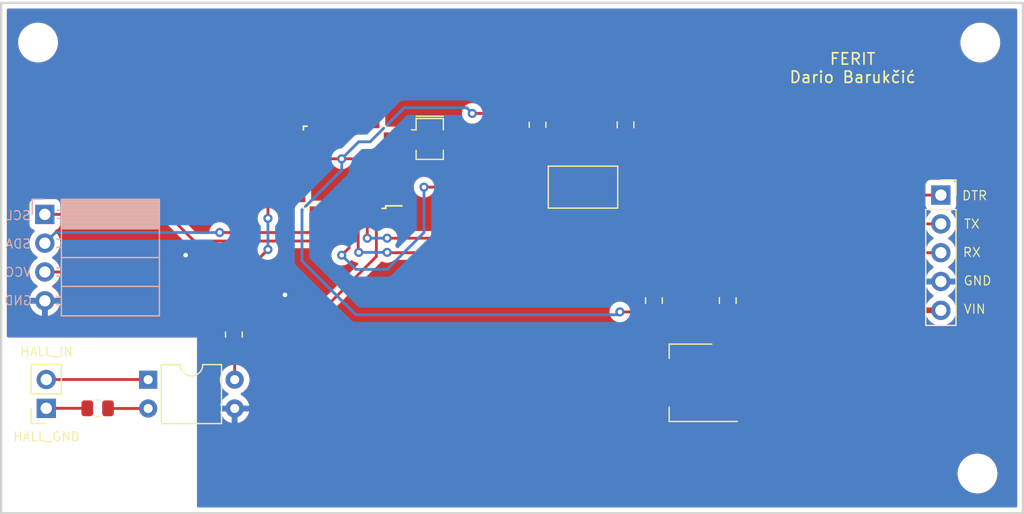
<source format=kicad_pcb>
(kicad_pcb (version 20211014) (generator pcbnew)
  (layers (0 "F.Cu" signal) (31 "B.Cu" signal) (34 "B.Paste" user) (35 "F.Paste" user) (36 "B.SilkS" user "B.Silkscreen") (37 "F.SilkS" user "F.Silkscreen") (38 "B.Mask" user) (39 "F.Mask" user) (44 "Edge.Cuts" user))
  (net 0 "")
  (net 1 "/RST")
  (net 2 "/DTR")
  (net 3 "/RX")
  (net 4 "/TX")
  (net 5 "/VIN")
  (net 6 "/GND")
  (net 7 "/Hall_IN")
  (net 8 "/VCC")
  (net 9 "/XTAL1")
  (net 10 "/XTAL2")
  (net 11 "Net-(R2-Pad2)")
  (net 12 "/SDA")
  (net 13 "/Hall_OUT")
  (net 14 "/SCL")
  (net 15 "/D3")
  (net 16 "/D4")
  (net 17 "/D5")
  (net 18 "/D6")
  (net 19 "/D7")
  (net 20 "/D8")
  (net 21 "/D9")
  (net 22 "/D10")
  (net 23 "/D11")
  (net 24 "/D12")
  (net 25 "/D13")
  (net 26 "/A6")
  (net 27 "/A7")
  (net 28 "/A0")
  (net 29 "/A1")
  (net 30 "/A2")
  (net 31 "/A3")
  (net 32 "/GND_HALL")
  (footprint "Connector_PinSocket_2.54mm:PinSocket_1x05_P2.54mm_Vertical" (layer "F.Cu") (at 208.775 94.7)
    (fp_text reference "J1" hide)
    (fp_text value "Conn_01x05" hide)
    (fp_line (start 1.33 1.27) (end 1.33 11.49) (layer "F.SilkS") (width 0.12))
    (fp_line (start -1.33 11.49) (end 1.33 11.49) (layer "F.SilkS") (width 0.12))
    (fp_line (start 1.33 -1.33) (end 1.33 0) (layer "F.SilkS") (width 0.12))
    (fp_line (start -1.33 1.27) (end -1.33 11.49) (layer "F.SilkS") (width 0.12))
    (fp_line (start 0 -1.33) (end 1.33 -1.33) (layer "F.SilkS") (width 0.12))
    (fp_line (start -1.33 1.27) (end 1.33 1.27) (layer "F.SilkS") (width 0.12))
    (pad "1" thru_hole rect (at 0 0) (size 1.7 1.7) (drill 1) (layers *.Cu *.Mask) (net 2 "/DTR"))
    (pad "2" thru_hole oval (at 0 2.54) (size 1.7 1.7) (drill 1) (layers *.Cu *.Mask) (net 4 "/TX"))
    (pad "3" thru_hole oval (at 0 5.08) (size 1.7 1.7) (drill 1) (layers *.Cu *.Mask) (net 3 "/RX"))
    (pad "4" thru_hole oval (at 0 7.62) (size 1.7 1.7) (drill 1) (layers *.Cu *.Mask) (net 6 "/GND"))
    (pad "5" thru_hole oval (at 0 10.16) (size 1.7 1.7) (drill 1) (layers *.Cu *.Mask) (net 5 "/VIN"))
  )
  (footprint "MountingHole:MountingHole_2.5mm" (layer "F.Cu") (at 129.25 81.25)
    (fp_text reference "REF**" hide)
    (fp_text value "MountingHole_2.5mm" hide)
    (pad "" np_thru_hole circle (at 0 0) (size 2.5 2.5) (drill 2.5) (layers *.Cu *.Mask))
  )
  (footprint "Button_Switch_SMD:SW_SPST_CK_RS282G05A3" (layer "F.Cu") (at 177.25 94)
    (fp_text reference "SW1" hide)
    (fp_text value "SW_Push" hide)
    (fp_line (start -3.06 1.85) (end -3.06 -1.85) (layer "F.SilkS") (width 0.12))
    (fp_line (start 3.06 1.85) (end -3.06 1.85) (layer "F.SilkS") (width 0.12))
    (fp_line (start 3.06 -1.85) (end 3.06 1.85) (layer "F.SilkS") (width 0.12))
    (fp_line (start -3.06 -1.85) (end 3.06 -1.85) (layer "F.SilkS") (width 0.12))
    (pad "1" smd rect (at -3.9 0) (size 1.5 1.5) (layers "F.Cu" "F.Paste" "F.Mask") (net 1 "/RST"))
    (pad "2" smd rect (at 3.9 0) (size 1.5 1.5) (layers "F.Cu" "F.Paste" "F.Mask") (net 6 "/GND"))
  )
  (footprint "Connector_PinSocket_2.54mm:PinSocket_1x02_P2.54mm_Vertical" (layer "F.Cu") (at 129.975 113.5 180)
    (fp_text reference "J3" hide)
    (fp_text value "Conn_01x02" hide)
    (fp_line (start -1.33 1.27) (end 1.33 1.27) (layer "F.SilkS") (width 0.12))
    (fp_line (start -1.33 3.87) (end 1.33 3.87) (layer "F.SilkS") (width 0.12))
    (fp_line (start -1.33 1.27) (end -1.33 3.87) (layer "F.SilkS") (width 0.12))
    (fp_line (start 1.33 -1.33) (end 1.33 0) (layer "F.SilkS") (width 0.12))
    (fp_line (start 0 -1.33) (end 1.33 -1.33) (layer "F.SilkS") (width 0.12))
    (fp_line (start 1.33 1.27) (end 1.33 3.87) (layer "F.SilkS") (width 0.12))
    (pad "1" thru_hole rect (at 0 0 180) (size 1.7 1.7) (drill 1) (layers *.Cu *.Mask) (net 32 "/GND_HALL"))
    (pad "2" thru_hole oval (at 0 2.54 180) (size 1.7 1.7) (drill 1) (layers *.Cu *.Mask) (net 7 "/Hall_IN"))
  )
  (footprint "Capacitor_SMD:C_0805_2012Metric" (layer "F.Cu") (at 190 104 90)
    (fp_text reference "C1" hide)
    (fp_text value "C" hide)
    (fp_line (start -0.261252 -0.735) (end 0.261252 -0.735) (layer "F.SilkS") (width 0.12))
    (fp_line (start -0.261252 0.735) (end 0.261252 0.735) (layer "F.SilkS") (width 0.12))
    (pad "1" smd roundrect (at -0.95 0 90) (size 1 1.45) (layers "F.Cu" "F.Paste" "F.Mask") (net 5 "/VIN"))
    (pad "2" smd roundrect (at 0.95 0 90) (size 1 1.45) (layers "F.Cu" "F.Paste" "F.Mask") (net 6 "/GND"))
  )
  (footprint "Package_DIP:DIP-4_W7.62mm" (layer "F.Cu") (at 138.95 110.975)
    (fp_text reference "U2" hide)
    (fp_text value "SFH617A-1X001" hide)
    (fp_line (start 1.16 3.87) (end 6.46 3.87) (layer "F.SilkS") (width 0.12))
    (fp_line (start 6.46 3.87) (end 6.46 -1.33) (layer "F.SilkS") (width 0.12))
    (fp_line (start 1.16 -1.33) (end 1.16 3.87) (layer "F.SilkS") (width 0.12))
    (fp_line (start 6.46 -1.33) (end 4.81 -1.33) (layer "F.SilkS") (width 0.12))
    (fp_line (start 2.81 -1.33) (end 1.16 -1.33) (layer "F.SilkS") (width 0.12))
    (fp_arc (start 4.81 -1.33) (mid 3.81 -0.33) (end 2.81 -1.33) (layer "F.SilkS") (width 0.12))
    (pad "1" thru_hole rect (at 0 0) (size 1.6 1.6) (drill 0.8) (layers *.Cu *.Mask) (net 7 "/Hall_IN"))
    (pad "2" thru_hole oval (at 0 2.54) (size 1.6 1.6) (drill 0.8) (layers *.Cu *.Mask) (net 11 "Net-(R2-Pad2)"))
    (pad "3" thru_hole oval (at 7.62 2.54) (size 1.6 1.6) (drill 0.8) (layers *.Cu *.Mask) (net 6 "/GND"))
    (pad "4" thru_hole oval (at 7.62 0) (size 1.6 1.6) (drill 0.8) (layers *.Cu *.Mask) (net 13 "/Hall_OUT"))
  )
  (footprint "Capacitor_SMD:C_0805_2012Metric" (layer "F.Cu") (at 183.5 104 90)
    (fp_text reference "C2" hide)
    (fp_text value "C" hide)
    (fp_line (start -0.261252 -0.735) (end 0.261252 -0.735) (layer "F.SilkS") (width 0.12))
    (fp_line (start -0.261252 0.735) (end 0.261252 0.735) (layer "F.SilkS") (width 0.12))
    (pad "1" smd roundrect (at -0.95 0 90) (size 1 1.45) (layers "F.Cu" "F.Paste" "F.Mask") (net 8 "/VCC"))
    (pad "2" smd roundrect (at 0.95 0 90) (size 1 1.45) (layers "F.Cu" "F.Paste" "F.Mask") (net 6 "/GND"))
  )
  (footprint "Resistor_SMD:R_0805_2012Metric" (layer "F.Cu") (at 146.5 107 -90)
    (fp_text reference "R3" hide)
    (fp_text value "R" hide)
    (fp_line (start -0.227064 0.735) (end 0.227064 0.735) (layer "F.SilkS") (width 0.12))
    (fp_line (start -0.227064 -0.735) (end 0.227064 -0.735) (layer "F.SilkS") (width 0.12))
    (pad "1" smd roundrect (at -0.9125 0 270) (size 1.025 1.4) (layers "F.Cu" "F.Paste" "F.Mask") (roundrect_rratio 0.243902) (net 8 "/VCC"))
    (pad "2" smd roundrect (at 0.9125 0 270) (size 1.025 1.4) (layers "F.Cu" "F.Paste" "F.Mask") (roundrect_rratio 0.243902) (net 13 "/Hall_OUT"))
  )
  (footprint "Package_TO_SOT_SMD:SOT-223-3_TabPin2" (layer "F.Cu") (at 186.75 111.25 180)
    (fp_text reference "U3" hide)
    (fp_text value "AMS1117-5.0" hide)
    (fp_line (start 1.91 -3.41) (end 1.91 -2.15) (layer "F.SilkS") (width 0.12))
    (fp_line (start -1.85 3.41) (end 1.91 3.41) (layer "F.SilkS") (width 0.12))
    (fp_line (start -4.1 -3.41) (end 1.91 -3.41) (layer "F.SilkS") (width 0.12))
    (fp_line (start 1.91 3.41) (end 1.91 2.15) (layer "F.SilkS") (width 0.12))
    (pad "1" smd rect (at -3.15 -2.3 180) (size 2 1.5) (layers "F.Cu" "F.Paste" "F.Mask") (net 6 "/GND"))
    (pad "2" smd rect (at 3.15 0 180) (size 2 3.8) (layers "F.Cu" "F.Paste" "F.Mask") (net 8 "/VCC"))
    (pad "2" smd rect (at -3.15 0 180) (size 2 1.5) (layers "F.Cu" "F.Paste" "F.Mask") (net 8 "/VCC"))
    (pad "3" smd rect (at -3.15 2.3 180) (size 2 1.5) (layers "F.Cu" "F.Paste" "F.Mask") (net 5 "/VIN"))
  )
  (footprint "MountingHole:MountingHole_2.5mm" (layer "F.Cu") (at 212 119.25)
    (fp_text reference "REF**" hide)
    (fp_text value "MountingHole_2.5mm" hide)
    (pad "" np_thru_hole circle (at 0 0) (size 2.5 2.5) (drill 2.5) (layers *.Cu *.Mask))
  )
  (footprint "MountingHole:MountingHole_2.5mm" (layer "F.Cu") (at 212.25 81.25)
    (fp_text reference "REF**" hide)
    (fp_text value "MountingHole_2.5mm" hide)
    (pad "" np_thru_hole circle (at 0 0) (size 2.5 2.5) (drill 2.5) (layers *.Cu *.Mask))
  )
  (footprint "Resistor_SMD:R_0805_2012Metric" (layer "F.Cu") (at 173.25 88.5 -90)
    (fp_text reference "R1" hide)
    (fp_text value "R" hide)
    (fp_line (start -0.227064 -0.735) (end 0.227064 -0.735) (layer "F.SilkS") (width 0.12))
    (fp_line (start -0.227064 0.735) (end 0.227064 0.735) (layer "F.SilkS") (width 0.12))
    (pad "1" smd roundrect (at -0.9125 0 270) (size 1.025 1.4) (layers "F.Cu" "F.Paste" "F.Mask") (roundrect_rratio 0.243902) (net 8 "/VCC"))
    (pad "2" smd roundrect (at 0.9125 0 270) (size 1.025 1.4) (layers "F.Cu" "F.Paste" "F.Mask") (roundrect_rratio 0.243902) (net 1 "/RST"))
  )
  (footprint "Crystal:Resonator_SMD_Murata_CSTxExxV-3Pin_3.0x1.1mm" (layer "F.Cu") (at 163.75 89.75 -90)
    (fp_text reference "Y1" hide)
    (fp_text value "Resonator" hide)
    (fp_line (start -0.8 1.2) (end -0.8 1.6) (layer "F.SilkS") (width 0.12))
    (fp_line (start -2 -1.2) (end -2 0.8) (layer "F.SilkS") (width 0.12))
    (fp_line (start 1.8 1.2) (end 1 1.2) (layer "F.SilkS") (width 0.12))
    (fp_line (start -1.8 0.8) (end -1.8 -1.2) (layer "F.SilkS") (width 0.12))
    (fp_line (start -2 0.8) (end -2 1.2) (layer "F.SilkS") (width 0.12))
    (fp_line (start -0.8 1.2) (end -1.8 1.2) (layer "F.SilkS") (width 0.12))
    (fp_line (start 1.8 -1.2) (end 1.8 0.8) (layer "F.SilkS") (width 0.12))
    (fp_line (start 1 -1.2) (end 1.8 -1.2) (layer "F.SilkS") (width 0.12))
    (fp_line (start -1.8 0.8) (end -1.8 1.2) (layer "F.SilkS") (width 0.12))
    (fp_line (start -1.8 -1.2) (end -0.8 -1.2) (layer "F.SilkS") (width 0.12))
    (fp_line (start 1.8 0.8) (end 1.8 1.2) (layer "F.SilkS") (width 0.12))
    (pad "1" smd rect (at -1.2 0 270) (size 0.4 1.9) (layers "F.Cu" "F.Paste" "F.Mask") (net 10 "/XTAL2"))
    (pad "2" smd rect (at 0 0 270) (size 0.4 1.9) (layers "F.Cu" "F.Paste" "F.Mask") (net 6 "/GND"))
    (pad "3" smd rect (at 1.2 0 270) (size 0.4 1.9) (layers "F.Cu" "F.Paste" "F.Mask") (net 9 "/XTAL1"))
  )
  (footprint "MountingHole:MountingHole_2.5mm" (layer "F.Cu") (at 129 119.75)
    (fp_text reference "REF**" hide)
    (fp_text value "MountingHole_2.5mm" hide)
    (pad "" np_thru_hole circle (at 0 0) (size 2.5 2.5) (drill 2.5) (layers *.Cu *.Mask))
  )
  (footprint "Resistor_SMD:R_0805_2012Metric" (layer "F.Cu") (at 134.5 113.5)
    (fp_text reference "R2" hide)
    (fp_text value "R" hide)
    (fp_line (start -0.227064 0.735) (end 0.227064 0.735) (layer "F.SilkS") (width 0.12))
    (fp_line (start -0.227064 -0.735) (end 0.227064 -0.735) (layer "F.SilkS") (width 0.12))
    (pad "1" smd roundrect (at -0.9125 0) (size 1.025 1.4) (layers "F.Cu" "F.Paste" "F.Mask") (roundrect_rratio 0.243902) (net 32 "/GND_HALL"))
    (pad "2" smd roundrect (at 0.9125 0) (size 1.025 1.4) (layers "F.Cu" "F.Paste" "F.Mask") (roundrect_rratio 0.243902) (net 11 "Net-(R2-Pad2)"))
  )
  (footprint "Package_QFP:TQFP-32_7x7mm_P0.8mm" (layer "F.Cu") (at 156.25 92.25 180)
    (fp_text reference "U1" hide)
    (fp_text value "ATmega328P-A" hide)
    (fp_line (start -3.625 3.625) (end -3.3 3.625) (layer "F.SilkS") (width 0.15))
    (fp_line (start 3.625 3.625) (end 3.625 3.3) (layer "F.SilkS") (width 0.15))
    (fp_line (start -3.625 -3.4) (end -5.05 -3.4) (layer "F.SilkS") (width 0.15))
    (fp_line (start -3.625 3.625) (end -3.625 3.3) (layer "F.SilkS") (width 0.15))
    (fp_line (start 3.625 -3.625) (end 3.625 -3.3) (layer "F.SilkS") (width 0.15))
    (fp_line (start 3.625 3.625) (end 3.3 3.625) (layer "F.SilkS") (width 0.15))
    (fp_line (start -3.625 -3.625) (end -3.625 -3.4) (layer "F.SilkS") (width 0.15))
    (fp_line (start 3.625 -3.625) (end 3.3 -3.625) (layer "F.SilkS") (width 0.15))
    (fp_line (start -3.625 -3.625) (end -3.3 -3.625) (layer "F.SilkS") (width 0.15))
    (pad "1" smd rect (at -4.25 -2.8 180) (size 1.6 0.55) (layers "F.Cu" "F.Paste" "F.Mask") (net 15 "/D3"))
    (pad "2" smd rect (at -4.25 -2 180) (size 1.6 0.55) (layers "F.Cu" "F.Paste" "F.Mask") (net 16 "/D4"))
    (pad "3" smd rect (at -4.25 -1.2 180) (size 1.6 0.55) (layers "F.Cu" "F.Paste" "F.Mask") (net 6 "/GND"))
    (pad "4" smd rect (at -4.25 -0.4 180) (size 1.6 0.55) (layers "F.Cu" "F.Paste" "F.Mask") (net 8 "/VCC"))
    (pad "5" smd rect (at -4.25 0.4 180) (size 1.6 0.55) (layers "F.Cu" "F.Paste" "F.Mask") (net 6 "/GND"))
    (pad "6" smd rect (at -4.25 1.2 180) (size 1.6 0.55) (layers "F.Cu" "F.Paste" "F.Mask") (net 8 "/VCC"))
    (pad "7" smd rect (at -4.25 2 180) (size 1.6 0.55) (layers "F.Cu" "F.Paste" "F.Mask") (net 9 "/XTAL1"))
    (pad "8" smd rect (at -4.25 2.8 180) (size 1.6 0.55) (layers "F.Cu" "F.Paste" "F.Mask") (net 10 "/XTAL2"))
    (pad "9" smd rect (at -2.8 4.25 270) (size 1.6 0.55) (layers "F.Cu" "F.Paste" "F.Mask") (net 17 "/D5"))
    (pad "10" smd rect (at -2 4.25 270) (size 1.6 0.55) (layers "F.Cu" "F.Paste" "F.Mask") (net 18 "/D6"))
    (pad "11" smd rect (at -1.2 4.25 270) (size 1.6 0.55) (layers "F.Cu" "F.Paste" "F.Mask") (net 19 "/D7"))
    (pad "12" smd rect (at -0.4 4.25 270) (size 1.6 0.55) (layers "F.Cu" "F.Paste" "F.Mask") (net 20 "/D8"))
    (pad "13" smd rect (at 0.4 4.25 270) (size 1.6 0.55) (layers "F.Cu" "F.Paste" "F.Mask") (net 21 "/D9"))
    (pad "14" smd rect (at 1.2 4.25 270) (size 1.6 0.55) (layers "F.Cu" "F.Paste" "F.Mask") (net 22 "/D10"))
    (pad "15" smd rect (at 2 4.25 270) (size 1.6 0.55) (layers "F.Cu" "F.Paste" "F.Mask") (net 23 "/D11"))
    (pad "16" smd rect (at 2.8 4.25 270) (size 1.6 0.55) (layers "F.Cu" "F.Paste" "F.Mask") (net 24 "/D12"))
    (pad "17" smd rect (at 4.25 2.8 180) (size 1.6 0.55) (layers "F.Cu" "F.Paste" "F.Mask") (net 25 "/D13"))
    (pad "18" smd rect (at 4.25 2 180) (size 1.6 0.55) (layers "F.Cu" "F.Paste" "F.Mask") (net 8 "/VCC"))
    (pad "19" smd rect (at 4.25 1.2 180) (size 1.6 0.55) (layers "F.Cu" "F.Paste" "F.Mask") (net 26 "/A6"))
    (pad "20" smd rect (at 4.25 0.4 180) (size 1.6 0.55) (layers "F.Cu" "F.Paste" "F.Mask") (net 8 "/VCC"))
    (pad "21" smd rect (at 4.25 -0.4 180) (size 1.6 0.55) (layers "F.Cu" "F.Paste" "F.Mask") (net 6 "/GND"))
    (pad "22" smd rect (at 4.25 -1.2 180) (size 1.6 0.55) (layers "F.Cu" "F.Paste" "F.Mask") (net 27 "/A7"))
    (pad "23" smd rect (at 4.25 -2 180) (size 1.6 0.55) (layers "F.Cu" "F.Paste" "F.Mask") (net 28 "/A0"))
    (pad "24" smd rect (at 4.25 -2.8 180) (size 1.6 0.55) (layers "F.Cu" "F.Paste" "F.Mask") (net 29 "/A1"))
    (pad "25" smd rect (at 2.8 -4.25 270) (size 1.6 0.55) (layers "F.Cu" "F.Paste" "F.Mask") (net 30 "/A2"))
    (pad "26" smd rect (at 2 -4.25 270) (size 1.6 0.55) (layers "F.Cu" "F.Paste" "F.Mask") (net 31 "/A3"))
    (pad "27" smd rect (at 1.2 -4.25 270) (size 1.6 0.55) (layers "F.Cu" "F.Paste" "F.Mask") (net 12 "/SDA"))
    (pad "28" smd rect (at 0.4 -4.25 270) (size 1.6 0.55) (layers "F.Cu" "F.Paste" "F.Mask") (net 14 "/SCL"))
    (pad "29" smd rect (at -0.4 -4.25 270) (size 1.6 0.55) (layers "F.Cu" "F.Paste" "F.Mask") (net 1 "/RST"))
    (pad "30" smd rect (at -1.2 -4.25 270) (size 1.6 0.55) (layers "F.Cu" "F.Paste" "F.Mask") (net 3 "/RX"))
    (pad "31" smd rect (at -2 -4.25 270) (size 1.6 0.55) (layers "F.Cu" "F.Paste" "F.Mask") (net 4 "/TX"))
    (pad "32" smd rect (at -2.8 -4.25 270) (size 1.6 0.55) (layers "F.Cu" "F.Paste" "F.Mask") (net 13 "/Hall_OUT"))
  )
  (footprint "Capacitor_SMD:C_0805_2012Metric" (layer "F.Cu") (at 181 88.5 90)
    (fp_text reference "C3" hide)
    (fp_text value "C" hide)
    (fp_line (start -0.261252 -0.735) (end 0.261252 -0.735) (layer "F.SilkS") (width 0.12))
    (fp_line (start -0.261252 0.735) (end 0.261252 0.735) (layer "F.SilkS") (width 0.12))
    (pad "1" smd roundrect (at -0.95 0 90) (size 1 1.45) (layers "F.Cu" "F.Paste" "F.Mask") (net 1 "/RST"))
    (pad "2" smd roundrect (at 0.95 0 90) (size 1 1.45) (layers "F.Cu" "F.Paste" "F.Mask") (net 2 "/DTR"))
  )
  (footprint "Connector_PinSocket_2.54mm:PinSocket_1x04_P2.54mm_Horizontal" (layer "B.Cu") (at 129.85 96.4 180)
    (fp_text reference "J2" hide)
    (fp_text value "Conn_01x04" hide)
    (fp_line (start -1.46 -2.9) (end -1.05 -2.9) (layer "B.SilkS") (width 0.12))
    (fp_line (start -10.09 -0.561425) (end -1.46 -0.561425) (layer "B.SilkS") (width 0.12))
    (fp_line (start -10.09 0.619525) (end -1.46 0.619525) (layer "B.SilkS") (width 0.12))
    (fp_line (start -1.46 -4.72) (end -1.05 -4.72) (layer "B.SilkS") (width 0.12))
    (fp_line (start -1.46 1.33) (end -1.46 -8.95) (layer "B.SilkS") (width 0.12))
    (fp_line (start -10.09 -0.089045) (end -1.46 -0.089045) (layer "B.SilkS") (width 0.12))
    (fp_line (start -10.09 -3.81) (end -1.46 -3.81) (layer "B.SilkS") (width 0.12))
    (fp_line (start -1.46 -7.98) (end -1.05 -7.98) (layer "B.SilkS") (width 0.12))
    (fp_line (start -1.46 -2.18) (end -1.05 -2.18) (layer "B.SilkS") (width 0.12))
    (fp_line (start -10.09 -0.91571) (end -1.46 -0.91571) (layer "B.SilkS") (width 0.12))
    (fp_line (start -10.09 -1.1519) (end -1.46 -1.1519) (layer "B.SilkS") (width 0.12))
    (fp_line (start -10.09 0.26524) (end -1.46 0.26524) (layer "B.SilkS") (width 0.12))
    (fp_line (start 0 1.33) (end 1.11 1.33) (layer "B.SilkS") (width 0.12))
    (fp_line (start -10.09 -8.95) (end -1.46 -8.95) (layer "B.SilkS") (width 0.12))
    (fp_line (start -10.09 -1.27) (end -1.46 -1.27) (layer "B.SilkS") (width 0.12))
    (fp_line (start -10.09 0.147145) (end -1.46 0.147145) (layer "B.SilkS") (width 0.12))
    (fp_line (start -1.46 -0.36) (end -1.11 -0.36) (layer "B.SilkS") (width 0.12))
    (fp_line (start -10.09 0.383335) (end -1.46 0.383335) (layer "B.SilkS") (width 0.12))
    (fp_line (start -10.09 -0.44333) (end -1.46 -0.44333) (layer "B.SilkS") (width 0.12))
    (fp_line (start -10.09 -1.033805) (end -1.46 -1.033805) (layer "B.SilkS") (width 0.12))
    (fp_line (start -1.46 -5.44) (end -1.05 -5.44) (layer "B.SilkS") (width 0.12))
    (fp_line (start -1.46 0.36) (end -1.11 0.36) (layer "B.SilkS") (width 0.12))
    (fp_line (start -10.09 -0.67952) (end -1.46 -0.67952) (layer "B.SilkS") (width 0.12))
    (fp_line (start 1.11 1.33) (end 1.11 0) (layer "B.SilkS") (width 0.12))
    (fp_line (start -10.09 -0.797615) (end -1.46 -0.797615) (layer "B.SilkS") (width 0.12))
    (fp_line (start -10.09 1.33) (end -10.09 -8.95) (layer "B.SilkS") (width 0.12))
    (fp_line (start -10.09 0.50143) (end -1.46 0.50143) (layer "B.SilkS") (width 0.12))
    (fp_line (start -10.09 -0.20714) (end -1.46 -0.20714) (layer "B.SilkS") (width 0.12))
    (fp_line (start -10.09 0.97381) (end -1.46 0.97381) (layer "B.SilkS") (width 0.12))
    (fp_line (start -10.09 1.21) (end -1.46 1.21) (layer "B.SilkS") (width 0.12))
    (fp_line (start -10.09 -0.325235) (end -1.46 -0.325235) (layer "B.SilkS") (width 0.12))
    (fp_line (start -10.09 -6.35) (end -1.46 -6.35) (layer "B.SilkS") (width 0.12))
    (fp_line (start -10.09 1.091905) (end -1.46 1.091905) (layer "B.SilkS") (width 0.12))
    (fp_line (start -1.46 -7.26) (end -1.05 -7.26) (layer "B.SilkS") (width 0.12))
    (fp_line (start -10.09 1.33) (end -1.46 1.33) (layer "B.SilkS") (width 0.12))
    (fp_line (start -10.09 0.02905) (end -1.46 0.02905) (layer "B.SilkS") (width 0.12))
    (fp_line (start -10.09 0.855715) (end -1.46 0.855715) (layer "B.SilkS") (width 0.12))
    (fp_line (start -10.09 0.73762) (end -1.46 0.73762) (layer "B.SilkS") (width 0.12))
    (pad "1" thru_hole rect (at 0 0 180) (size 1.7 1.7) (drill 1) (layers *.Cu *.Mask) (net 14 "/SCL"))
    (pad "2" thru_hole oval (at 0 -2.54 180) (size 1.7 1.7) (drill 1) (layers *.Cu *.Mask) (net 12 "/SDA"))
    (pad "3" thru_hole oval (at 0 -5.08 180) (size 1.7 1.7) (drill 1) (layers *.Cu *.Mask) (net 8 "/VCC"))
    (pad "4" thru_hole oval (at 0 -7.62 180) (size 1.7 1.7) (drill 1) (layers *.Cu *.Mask) (net 6 "/GND"))
  )
  (gr_rect (start 126 77.75) (end 216 122.75) (layer "Edge.Cuts") (width 0.2) (fill none))
  (gr_text "SCL" (at 127.5 96.5) (layer "B.SilkS") (effects (font (size 0.8 0.8) (thickness 0.1)) (justify mirror)))
  (gr_text "GND" (at 127.5 104) (layer "B.SilkS") (effects (font (size 0.8 0.8) (thickness 0.1)) (justify mirror)))
  (gr_text "VCC" (at 127.5 101.5) (layer "B.SilkS") (effects (font (size 0.8 0.8) (thickness 0.1)) (justify mirror)))
  (gr_text "SDA" (at 127.5 99) (layer "B.SilkS") (effects (font (size 0.8 0.8) (thickness 0.1)) (justify mirror)))
  (gr_text "GND" (at 212 102.25) (layer "F.SilkS") (effects (font (size 0.8 0.8) (thickness 0.1))))
  (gr_text "FERIT\nDario Barukčić" (at 201 83.5) (layer "F.SilkS") (effects (font (size 1 1))))
  (gr_text "HALL_GND" (at 130 116) (layer "F.SilkS") (effects (font (size 0.8 0.8) (thickness 0.1))))
  (gr_text "VIN" (at 211.75 104.75) (layer "F.SilkS") (effects (font (size 0.8 0.8) (thickness 0.1))))
  (gr_text "TX" (at 211.5 97.25) (layer "F.SilkS") (effects (font (size 0.8 0.8) (thickness 0.1))))
  (gr_text "HALL_IN" (at 130 108.5) (layer "F.SilkS") (effects (font (size 0.8 0.8) (thickness 0.1))))
  (gr_text "RX" (at 211.5 99.75) (layer "F.SilkS") (effects (font (size 0.8 0.8) (thickness 0.1))))
  (gr_text "DTR" (at 211.75 94.75) (layer "F.SilkS") (effects (font (size 0.8 0.8) (thickness 0.1))))
  (segment (start 173.35 94) (end 163.25 94) (width 0.25) (layer "F.Cu") (net 1))
  (segment (start 173.2875 89.45) (end 181 89.45) (width 0.25) (layer "F.Cu") (net 1))
  (segment (start 156.65 99.35) (end 156 100) (width 0.25) (layer "F.Cu") (net 1))
  (segment (start 156.65 96.5) (end 156.65 99.35) (width 0.25) (layer "F.Cu") (net 1))
  (segment (start 173.25 89.4125) (end 173.2875 89.45) (width 0.25) (layer "F.Cu") (net 1))
  (segment (start 173.35 89.5125) (end 173.35 94) (width 0.25) (layer "F.Cu") (net 1))
  (segment (start 173.25 89.4125) (end 173.35 89.5125) (width 0.25) (layer "F.Cu") (net 1))
  (via (at 163.25 94) (size 0.8) (drill 0.4) (layers "F.Cu" "B.Cu") (net 1))
  (via (at 156 100) (size 0.8) (drill 0.4) (layers "F.Cu" "B.Cu") (net 1))
  (segment (start 156 100) (end 157.25 101.25) (width 0.25) (layer "B.Cu") (net 1))
  (segment (start 157.25 101.25) (end 160 101.25) (width 0.25) (layer "B.Cu") (net 1))
  (segment (start 163.25 97.75) (end 163.25 94) (width 0.25) (layer "B.Cu") (net 1))
  (segment (start 163.25 98) (end 163.25 97.75) (width 0.25) (layer "B.Cu") (net 1))
  (segment (start 160 101.25) (end 163.25 98) (width 0.25) (layer "B.Cu") (net 1))
  (segment (start 208.775 94.7) (end 188.15 94.7) (width 0.25) (layer "F.Cu") (net 2))
  (segment (start 188.15 94.7) (end 181 87.55) (width 0.25) (layer "F.Cu") (net 2))
  (segment (start 157.5 99.75) (end 157.45 99.7) (width 0.25) (layer "F.Cu") (net 3))
  (segment (start 160.03 99.78) (end 208.775 99.78) (width 0.25) (layer "F.Cu") (net 3))
  (segment (start 160 99.75) (end 160.03 99.78) (width 0.25) (layer "F.Cu") (net 3))
  (segment (start 157.45 99.7) (end 157.45 96.5) (width 0.25) (layer "F.Cu") (net 3))
  (via (at 157.5 99.75) (size 0.8) (drill 0.4) (layers "F.Cu" "B.Cu") (net 3))
  (via (at 160 99.75) (size 0.8) (drill 0.4) (layers "F.Cu" "B.Cu") (net 3))
  (segment (start 157.5 99.75) (end 160 99.75) (width 0.25) (layer "B.Cu") (net 3))
  (segment (start 158.25 96.5) (end 158.25 98.5) (width 0.25) (layer "F.Cu") (net 4))
  (segment (start 205.75 98.5) (end 160 98.5) (width 0.25) (layer "F.Cu") (net 4))
  (segment (start 207.01 97.24) (end 205.75 98.5) (width 0.25) (layer "F.Cu") (net 4))
  (segment (start 208.775 97.24) (end 207.01 97.24) (width 0.25) (layer "F.Cu") (net 4))
  (via (at 160 98.5) (size 0.8) (drill 0.4) (layers "F.Cu" "B.Cu") (net 4))
  (via (at 158.25 98.5) (size 0.8) (drill 0.4) (layers "F.Cu" "B.Cu") (net 4))
  (segment (start 158.25 98.5) (end 160 98.5) (width 0.25) (layer "B.Cu") (net 4))
  (segment (start 190 104.95) (end 189.9 105.05) (width 0.25) (layer "F.Cu") (net 5))
  (segment (start 190.09 104.86) (end 190 104.95) (width 0.25) (layer "F.Cu") (net 5))
  (segment (start 189.9 105.05) (end 189.9 108.95) (width 0.5) (layer "F.Cu") (net 5))
  (segment (start 208.775 104.86) (end 190.09 104.86) (width 0.5) (layer "F.Cu") (net 5))
  (segment (start 152 92.65) (end 156.9 92.65) (width 0.25) (layer "F.Cu") (net 6))
  (segment (start 156.9 92.65) (end 157.7 93.45) (width 0.25) (layer "F.Cu") (net 6))
  (segment (start 157.7 93.45) (end 160.5 93.45) (width 0.25) (layer "F.Cu") (net 6))
  (segment (start 161.3 93.45) (end 162.85 91.9) (width 0.25) (layer "F.Cu") (net 6))
  (segment (start 160.5 93.45) (end 161.3 93.45) (width 0.25) (layer "F.Cu") (net 6))
  (segment (start 160.5 91.85) (end 162.85 91.85) (width 0.25) (layer "F.Cu") (net 6))
  (segment (start 162.85 91.85) (end 165.4 91.85) (width 0.25) (layer "F.Cu") (net 6))
  (segment (start 165.5 91.75) (end 165.5 89.75) (width 0.25) (layer "F.Cu") (net 6))
  (segment (start 165.5 89.75) (end 163.75 89.75) (width 0.25) (layer "F.Cu") (net 6))
  (segment (start 165.4 91.85) (end 165.5 91.75) (width 0.25) (layer "F.Cu") (net 6))
  (segment (start 162.85 91.9) (end 162.85 91.85) (width 0.25) (layer "F.Cu") (net 6))
  (via (at 151 103.5) (size 0.8) (drill 0.4) (layers "F.Cu" "B.Cu") (net 6))
  (via (at 142.25 100) (size 0.8) (drill 0.4) (layers "F.Cu" "B.Cu") (net 6))
  (segment (start 138.935 110.96) (end 138.95 110.975) (width 0.25) (layer "F.Cu") (net 7))
  (segment (start 129.975 110.96) (end 138.935 110.96) (width 0.25) (layer "F.Cu") (net 7))
  (segment (start 151.25 90.25) (end 149.65 91.85) (width 0.25) (layer "F.Cu") (net 8))
  (segment (start 180.5 105) (end 183.45 105) (width 0.25) (layer "F.Cu") (net 8))
  (segment (start 149.65 91.85) (end 152 91.85) (width 0.25) (layer "F.Cu") (net 8))
  (segment (start 173.1625 87.5) (end 173.25 87.5875) (width 0.25) (layer "F.Cu") (net 8))
  (segment (start 183.45 105) (end 183.5 104.95) (width 0.25) (layer "F.Cu") (net 8))
  (segment (start 160.5 92.65) (end 158.65 92.65) (width 0.25) (layer "F.Cu") (net 8))
  (segment (start 153.5 91.5) (end 153.15 91.85) (width 0.25) (layer "F.Cu") (net 8))
  (segment (start 146.5 106.0875) (end 146.5 102.5) (width 0.25) (layer "F.Cu") (net 8))
  (segment (start 156 91.5) (end 153.5 91.5) (width 0.25) (layer "F.Cu") (net 8))
  (segment (start 149.5 92) (end 149.65 91.85) (width 0.25) (layer "F.Cu") (net 8))
  (segment (start 153.15 91.85) (end 152 91.85) (width 0.25) (layer "F.Cu") (net 8))
  (segment (start 157.5 91.5) (end 156 91.5) (width 0.25) (layer "F.Cu") (net 8))
  (segment (start 167.5 87.5) (end 173.1625 87.5) (width 0.25) (layer "F.Cu") (net 8))
  (segment (start 149.5 96.75) (end 149.5 92) (width 0.25) (layer "F.Cu") (net 8))
  (segment (start 189.9 111.25) (end 183.6 111.25) (width 0.25) (layer "F.Cu") (net 8))
  (segment (start 157.75 91.75) (end 157.5 91.5) (width 0.25) (layer "F.Cu") (net 8))
  (segment (start 146.5 102.5) (end 145.48 101.48) (width 0.25) (layer "F.Cu") (net 8))
  (segment (start 146.5 102.5) (end 149.5 99.5) (width 0.25) (layer "F.Cu") (net 8))
  (segment (start 158 91.5) (end 157.5 91.5) (width 0.25) (layer "F.Cu") (net 8))
  (segment (start 183.6 105.05) (end 183.6 111.25) (width 0.25) (layer "F.Cu") (net 8))
  (segment (start 158.45 91.05) (end 160.5 91.05) (width 0.25) (layer "F.Cu") (net 8))
  (segment (start 152 90.25) (end 151.25 90.25) (width 0.25) (layer "F.Cu") (net 8))
  (segment (start 158.65 92.65) (end 157.75 91.75) (width 0.25) (layer "F.Cu") (net 8))
  (segment (start 183.5 104.95) (end 183.6 105.05) (width 0.25) (layer "F.Cu") (net 8))
  (segment (start 145.48 101.48) (end 129.85 101.48) (width 0.25) (layer "F.Cu") (net 8))
  (segment (start 158.45 91.05) (end 158 91.5) (width 0.25) (layer "F.Cu") (net 8))
  (via (at 167.5 87.5) (size 0.8) (drill 0.4) (layers "F.Cu" "B.Cu") (net 8))
  (via (at 149.5 96.75) (size 0.8) (drill 0.4) (layers "F.Cu" "B.Cu") (net 8))
  (via (at 149.5 99.5) (size 0.8) (drill 0.4) (layers "F.Cu" "B.Cu") (net 8))
  (via (at 156 91.5) (size 0.8) (drill 0.4) (layers "F.Cu" "B.Cu") (net 8))
  (via (at 180.5 105) (size 0.8) (drill 0.4) (layers "F.Cu" "B.Cu") (net 8))
  (segment (start 156 92.5) (end 152.5 96) (width 0.25) (layer "B.Cu") (net 8))
  (segment (start 161.5 87) (end 166 87) (width 0.25) (layer "B.Cu") (net 8))
  (segment (start 152.5 100.5) (end 157.25 105.25) (width 0.25) (layer "B.Cu") (net 8))
  (segment (start 167 87) (end 167.5 87.5) (width 0.25) (layer "B.Cu") (net 8))
  (segment (start 180.25 105.25) (end 180.5 105) (width 0.25) (layer "B.Cu") (net 8))
  (segment (start 152.5 96) (end 152.5 100.5) (width 0.25) (layer "B.Cu") (net 8))
  (segment (start 149.5 99.5) (end 149.5 96.75) (width 0.25) (layer "B.Cu") (net 8))
  (segment (start 157.25 105.25) (end 180.25 105.25) (width 0.25) (layer "B.Cu") (net 8))
  (segment (start 156 91.5) (end 157.5 90) (width 0.25) (layer "B.Cu") (net 8))
  (segment (start 158 90) (end 158.5 90) (width 0.25) (layer "B.Cu") (net 8))
  (segment (start 157.5 90) (end 158 90) (width 0.25) (layer "B.Cu") (net 8))
  (segment (start 156 91.5) (end 156 92.5) (width 0.25) (layer "B.Cu") (net 8))
  (segment (start 160.75 87.75) (end 161.5 87) (width 0.25) (layer "B.Cu") (net 8))
  (segment (start 158.5 90) (end 160.75 87.75) (width 0.25) (layer "B.Cu") (net 8))
  (segment (start 166 87) (end 167 87) (width 0.25) (layer "B.Cu") (net 8))
  (segment (start 160.5 90.25) (end 161.5 90.25) (width 0.25) (layer "F.Cu") (net 9))
  (segment (start 162.2 90.95) (end 163.75 90.95) (width 0.25) (layer "F.Cu") (net 9))
  (segment (start 161.5 90.25) (end 162.2 90.95) (width 0.25) (layer "F.Cu") (net 9))
  (segment (start 162.45 88.55) (end 163.75 88.55) (width 0.25) (layer "F.Cu") (net 10))
  (segment (start 160.5 89.45) (end 161.55 89.45) (width 0.25) (layer "F.Cu") (net 10))
  (segment (start 161.55 89.45) (end 162.45 88.55) (width 0.25) (layer "F.Cu") (net 10))
  (segment (start 135.4275 113.515) (end 138.95 113.515) (width 0.25) (layer "F.Cu") (net 11))
  (segment (start 135.4125 113.5) (end 135.4275 113.515) (width 0.25) (layer "F.Cu") (net 11))
  (segment (start 154.6 98) (end 149.75 98) (width 0.25) (layer "F.Cu") (net 12))
  (segment (start 155.05 96.5) (end 155.05 97.55) (width 0.25) (layer "F.Cu") (net 12))
  (segment (start 155.05 97.55) (end 154.6 98) (width 0.25) (layer "F.Cu") (net 12))
  (segment (start 149.75 98) (end 145.25 98) (width 0.25) (layer "F.Cu") (net 12))
  (via (at 145.25 98) (size 0.8) (drill 0.4) (layers "F.Cu" "B.Cu") (net 12))
  (segment (start 130.79 98) (end 129.85 98.94) (width 0.25) (layer "B.Cu") (net 12))
  (segment (start 145.25 98) (end 130.79 98) (width 0.25) (layer "B.Cu") (net 12))
  (segment (start 159.05 96.5) (end 159.05 100.1125) (width 0.25) (layer "F.Cu") (net 13))
  (segment (start 151.25 107.9125) (end 146.5 107.9125) (width 0.25) (layer "F.Cu") (net 13))
  (segment (start 146.5 107.9125) (end 146.57 107.9825) (width 0.25) (layer "F.Cu") (net 13))
  (segment (start 159.05 100.1125) (end 151.25 107.9125) (width 0.25) (layer "F.Cu") (net 13))
  (segment (start 146.57 107.9825) (end 146.57 110.975) (width 0.25) (layer "F.Cu") (net 13))
  (segment (start 155.85 96.5) (end 155.85 97.425) (width 0.25) (layer "F.Cu") (net 14))
  (segment (start 155.85 97.425) (end 154.525 98.75) (width 0.25) (layer "F.Cu") (net 14))
  (segment (start 154.525 98.75) (end 143 98.75) (width 0.25) (layer "F.Cu") (net 14))
  (segment (start 140.65 96.4) (end 129.85 96.4) (width 0.25) (layer "F.Cu") (net 14))
  (segment (start 143 98.75) (end 140.65 96.4) (width 0.25) (layer "F.Cu") (net 14))
  (segment (start 129.975 113.5) (end 133.5875 113.5) (width 0.25) (layer "F.Cu") (net 32))
  (zone (net 6) (net_name "/GND") (layers F&B.Cu) (connect_pads (clearance 0.508)) (min_thickness 0.254) (fill yes (thermal_gap 0.508) (thermal_bridge_width 0.508))
    (polygon (pts (xy 216 122.5) (xy 143.25 122.5) (xy 143.25 107.25) (xy 126 107.25) (xy 126 77.5) (xy 216 77.5)))
  )
)
</source>
